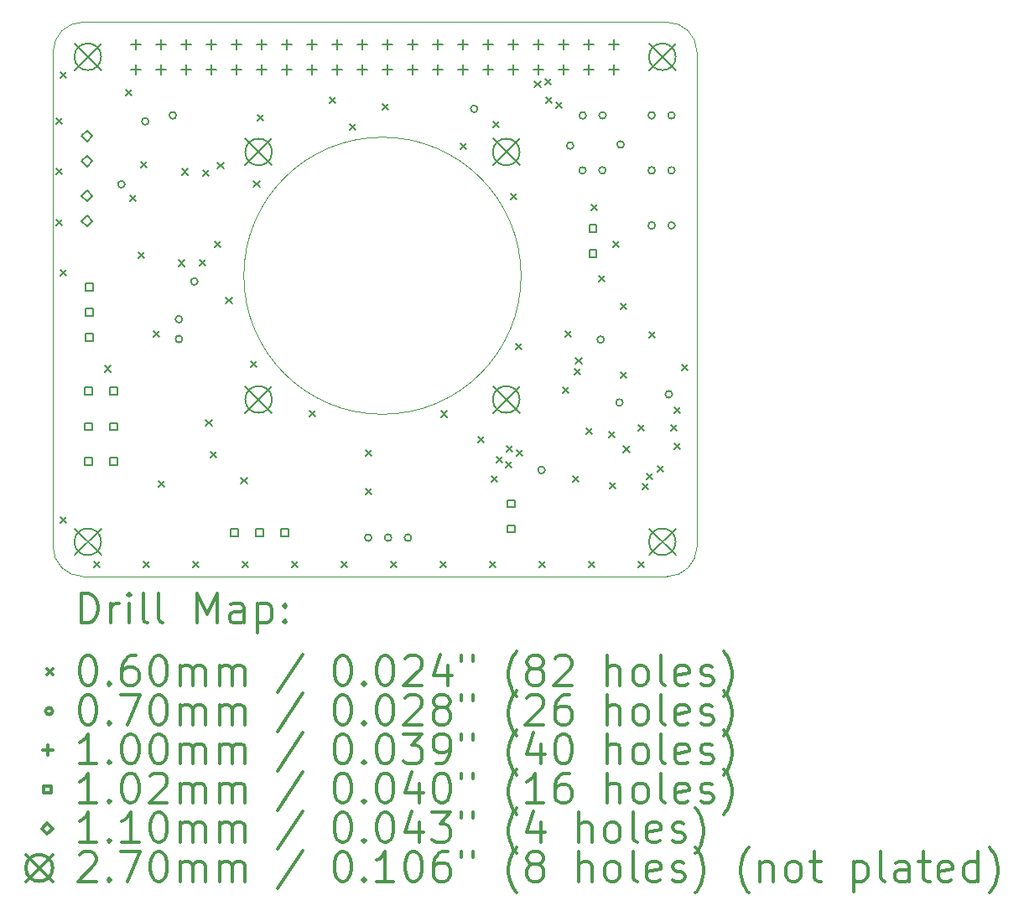
<source format=gbr>
%FSLAX45Y45*%
G04 Gerber Fmt 4.5, Leading zero omitted, Abs format (unit mm)*
G04 Created by KiCad (PCBNEW 5.0.0-fee4fd1~66~ubuntu18.04.1) date Thu Oct 11 08:48:32 2018*
%MOMM*%
%LPD*%
G01*
G04 APERTURE LIST*
%ADD10C,0.100000*%
%ADD11C,0.200000*%
%ADD12C,0.300000*%
G04 APERTURE END LIST*
D10*
X24724142Y-11962160D02*
G75*
G03X24724142Y-11962160I-1399282J0D01*
G01*
X20000000Y-11300000D02*
X20000000Y-13100000D01*
X20000000Y-9700000D02*
X20000000Y-11300000D01*
X26500000Y-9700000D02*
G75*
G03X26200000Y-9400000I-300000J0D01*
G01*
X26200000Y-15000000D02*
G75*
G03X26500000Y-14700000I0J300000D01*
G01*
X20000000Y-14700000D02*
G75*
G03X20300000Y-15000000I300000J0D01*
G01*
X20300000Y-9400000D02*
G75*
G03X20000000Y-9700000I0J-300000D01*
G01*
X26200000Y-9400000D02*
X20300000Y-9400000D01*
X26500000Y-14700000D02*
X26500000Y-9700000D01*
X20300000Y-15000000D02*
X26200000Y-15000000D01*
X20000000Y-13100000D02*
X20000000Y-14700000D01*
D11*
X20031679Y-10372313D02*
X20091679Y-10432313D01*
X20091679Y-10372313D02*
X20031679Y-10432313D01*
X20031679Y-10874603D02*
X20091679Y-10934603D01*
X20091679Y-10874603D02*
X20031679Y-10934603D01*
X20031679Y-11392363D02*
X20091679Y-11452363D01*
X20091679Y-11392363D02*
X20031679Y-11452363D01*
X20076680Y-9901040D02*
X20136680Y-9961040D01*
X20136680Y-9901040D02*
X20076680Y-9961040D01*
X20076680Y-11901040D02*
X20136680Y-11961040D01*
X20136680Y-11901040D02*
X20076680Y-11961040D01*
X20076680Y-14401040D02*
X20136680Y-14461040D01*
X20136680Y-14401040D02*
X20076680Y-14461040D01*
X20408520Y-14848080D02*
X20468520Y-14908080D01*
X20468520Y-14848080D02*
X20408520Y-14908080D01*
X20518640Y-12871960D02*
X20578640Y-12931960D01*
X20578640Y-12871960D02*
X20518640Y-12931960D01*
X20737080Y-10085580D02*
X20797080Y-10145580D01*
X20797080Y-10085580D02*
X20737080Y-10145580D01*
X20774461Y-11147864D02*
X20834461Y-11207864D01*
X20834461Y-11147864D02*
X20774461Y-11207864D01*
X20864080Y-11723880D02*
X20924080Y-11783880D01*
X20924080Y-11723880D02*
X20864080Y-11783880D01*
X20884400Y-10806940D02*
X20944400Y-10866940D01*
X20944400Y-10806940D02*
X20884400Y-10866940D01*
X20908520Y-14848080D02*
X20968520Y-14908080D01*
X20968520Y-14848080D02*
X20908520Y-14908080D01*
X21011400Y-12523980D02*
X21071400Y-12583980D01*
X21071400Y-12523980D02*
X21011400Y-12583980D01*
X21062200Y-14032740D02*
X21122200Y-14092740D01*
X21122200Y-14032740D02*
X21062200Y-14092740D01*
X21270480Y-11805160D02*
X21330480Y-11865160D01*
X21330480Y-11805160D02*
X21270480Y-11865160D01*
X21298181Y-10881877D02*
X21358181Y-10941877D01*
X21358181Y-10881877D02*
X21298181Y-10941877D01*
X21408520Y-14848080D02*
X21468520Y-14908080D01*
X21468520Y-14848080D02*
X21408520Y-14908080D01*
X21476220Y-11802620D02*
X21536220Y-11862620D01*
X21536220Y-11802620D02*
X21476220Y-11862620D01*
X21509689Y-10895457D02*
X21569689Y-10955457D01*
X21569689Y-10895457D02*
X21509689Y-10955457D01*
X21542260Y-13420600D02*
X21602260Y-13480600D01*
X21602260Y-13420600D02*
X21542260Y-13480600D01*
X21590520Y-13738100D02*
X21650520Y-13798100D01*
X21650520Y-13738100D02*
X21590520Y-13798100D01*
X21627901Y-11616943D02*
X21687901Y-11676943D01*
X21687901Y-11616943D02*
X21627901Y-11676943D01*
X21660921Y-10815921D02*
X21720921Y-10875921D01*
X21720921Y-10815921D02*
X21660921Y-10875921D01*
X21745460Y-12183620D02*
X21805460Y-12243620D01*
X21805460Y-12183620D02*
X21745460Y-12243620D01*
X21897860Y-13999720D02*
X21957860Y-14059720D01*
X21957860Y-13999720D02*
X21897860Y-14059720D01*
X21908520Y-14848080D02*
X21968520Y-14908080D01*
X21968520Y-14848080D02*
X21908520Y-14908080D01*
X21994380Y-12826240D02*
X22054380Y-12886240D01*
X22054380Y-12826240D02*
X21994380Y-12886240D01*
X22024860Y-11002520D02*
X22084860Y-11062520D01*
X22084860Y-11002520D02*
X22024860Y-11062520D01*
X22060420Y-10334500D02*
X22120420Y-10394500D01*
X22120420Y-10334500D02*
X22060420Y-10394500D01*
X22408520Y-14848080D02*
X22468520Y-14908080D01*
X22468520Y-14848080D02*
X22408520Y-14908080D01*
X22586200Y-13321540D02*
X22646200Y-13381540D01*
X22646200Y-13321540D02*
X22586200Y-13381540D01*
X22791940Y-10156700D02*
X22851940Y-10216700D01*
X22851940Y-10156700D02*
X22791940Y-10216700D01*
X22908520Y-14848080D02*
X22968520Y-14908080D01*
X22968520Y-14848080D02*
X22908520Y-14908080D01*
X22992600Y-10431020D02*
X23052600Y-10491020D01*
X23052600Y-10431020D02*
X22992600Y-10491020D01*
X23152620Y-14111480D02*
X23212620Y-14171480D01*
X23212620Y-14111480D02*
X23152620Y-14171480D01*
X23157700Y-13722860D02*
X23217700Y-13782860D01*
X23217700Y-13722860D02*
X23157700Y-13782860D01*
X23325340Y-10225280D02*
X23385340Y-10285280D01*
X23385340Y-10225280D02*
X23325340Y-10285280D01*
X23408520Y-14848080D02*
X23468520Y-14908080D01*
X23468520Y-14848080D02*
X23408520Y-14908080D01*
X23908520Y-14848080D02*
X23968520Y-14908080D01*
X23968520Y-14848080D02*
X23908520Y-14908080D01*
X23917160Y-13329160D02*
X23977160Y-13389160D01*
X23977160Y-13329160D02*
X23917160Y-13389160D01*
X24110200Y-10624060D02*
X24170200Y-10684060D01*
X24170200Y-10624060D02*
X24110200Y-10684060D01*
X24288000Y-13588240D02*
X24348000Y-13648240D01*
X24348000Y-13588240D02*
X24288000Y-13648240D01*
X24408520Y-14848080D02*
X24468520Y-14908080D01*
X24468520Y-14848080D02*
X24408520Y-14908080D01*
X24421645Y-13983944D02*
X24481645Y-14043944D01*
X24481645Y-13983944D02*
X24421645Y-14043944D01*
X24445480Y-10403080D02*
X24505480Y-10463080D01*
X24505480Y-10403080D02*
X24445480Y-10463080D01*
X24472631Y-13790819D02*
X24532631Y-13850819D01*
X24532631Y-13790819D02*
X24472631Y-13850819D01*
X24571962Y-13842550D02*
X24631962Y-13902550D01*
X24631962Y-13842550D02*
X24571962Y-13902550D01*
X24578111Y-13682806D02*
X24638111Y-13742806D01*
X24638111Y-13682806D02*
X24578111Y-13742806D01*
X24618200Y-11134600D02*
X24678200Y-11194600D01*
X24678200Y-11134600D02*
X24618200Y-11194600D01*
X24674080Y-12645900D02*
X24734080Y-12705900D01*
X24734080Y-12645900D02*
X24674080Y-12705900D01*
X24682161Y-13719467D02*
X24742161Y-13779467D01*
X24742161Y-13719467D02*
X24682161Y-13779467D01*
X24860656Y-9998064D02*
X24920656Y-10058064D01*
X24920656Y-9998064D02*
X24860656Y-10058064D01*
X24908520Y-14848080D02*
X24968520Y-14908080D01*
X24968520Y-14848080D02*
X24908520Y-14908080D01*
X24967273Y-9969718D02*
X25027273Y-10029718D01*
X25027273Y-9969718D02*
X24967273Y-10029718D01*
X24975049Y-10155932D02*
X25035049Y-10215932D01*
X25035049Y-10155932D02*
X24975049Y-10215932D01*
X25076757Y-10207932D02*
X25136757Y-10267932D01*
X25136757Y-10207932D02*
X25076757Y-10267932D01*
X25142031Y-13086391D02*
X25202031Y-13146391D01*
X25202031Y-13086391D02*
X25142031Y-13146391D01*
X25169380Y-12521440D02*
X25229380Y-12581440D01*
X25229380Y-12521440D02*
X25169380Y-12581440D01*
X25243526Y-13988225D02*
X25303526Y-14048225D01*
X25303526Y-13988225D02*
X25243526Y-14048225D01*
X25260177Y-12897946D02*
X25320177Y-12957946D01*
X25320177Y-12897946D02*
X25260177Y-12957946D01*
X25275563Y-12788703D02*
X25335563Y-12848703D01*
X25335563Y-12788703D02*
X25275563Y-12848703D01*
X25385280Y-13501880D02*
X25445280Y-13561880D01*
X25445280Y-13501880D02*
X25385280Y-13561880D01*
X25408520Y-14848080D02*
X25468520Y-14908080D01*
X25468520Y-14848080D02*
X25408520Y-14908080D01*
X25431000Y-11238740D02*
X25491000Y-11298740D01*
X25491000Y-11238740D02*
X25431000Y-11298740D01*
X25507200Y-11962640D02*
X25567200Y-12022640D01*
X25567200Y-11962640D02*
X25507200Y-12022640D01*
X25608800Y-13539980D02*
X25668800Y-13599980D01*
X25668800Y-13539980D02*
X25608800Y-13599980D01*
X25618960Y-14055600D02*
X25678960Y-14115600D01*
X25678960Y-14055600D02*
X25618960Y-14115600D01*
X25650743Y-11610883D02*
X25710743Y-11670883D01*
X25710743Y-11610883D02*
X25650743Y-11670883D01*
X25728180Y-12242040D02*
X25788180Y-12302040D01*
X25788180Y-12242040D02*
X25728180Y-12302040D01*
X25731444Y-12934741D02*
X25791444Y-12994741D01*
X25791444Y-12934741D02*
X25731444Y-12994741D01*
X25758660Y-13684760D02*
X25818660Y-13744760D01*
X25818660Y-13684760D02*
X25758660Y-13744760D01*
X25907608Y-13467232D02*
X25967608Y-13527232D01*
X25967608Y-13467232D02*
X25907608Y-13527232D01*
X25908520Y-14848080D02*
X25968520Y-14908080D01*
X25968520Y-14848080D02*
X25908520Y-14908080D01*
X25952645Y-14063996D02*
X26012645Y-14123996D01*
X26012645Y-14063996D02*
X25952645Y-14123996D01*
X25991915Y-13960901D02*
X26051915Y-14020901D01*
X26051915Y-13960901D02*
X25991915Y-14020901D01*
X26017740Y-12531600D02*
X26077740Y-12591600D01*
X26077740Y-12531600D02*
X26017740Y-12591600D01*
X26104100Y-13885420D02*
X26164100Y-13945420D01*
X26164100Y-13885420D02*
X26104100Y-13945420D01*
X26234148Y-13465304D02*
X26294148Y-13525304D01*
X26294148Y-13465304D02*
X26234148Y-13525304D01*
X26271161Y-13287720D02*
X26331161Y-13347720D01*
X26331161Y-13287720D02*
X26271161Y-13347720D01*
X26271740Y-13651740D02*
X26331740Y-13711740D01*
X26331740Y-13651740D02*
X26271740Y-13711740D01*
X26345400Y-12856720D02*
X26405400Y-12916720D01*
X26405400Y-12856720D02*
X26345400Y-12916720D01*
X20723340Y-11038108D02*
G75*
G03X20723340Y-11038108I-35000J0D01*
G01*
X20964640Y-10402600D02*
G75*
G03X20964640Y-10402600I-35000J0D01*
G01*
X21244040Y-10341640D02*
G75*
G03X21244040Y-10341640I-35000J0D01*
G01*
X21459940Y-12020580D02*
G75*
G03X21459940Y-12020580I-35000J0D01*
G01*
X24286148Y-10276245D02*
G75*
G03X24286148Y-10276245I-35000J0D01*
G01*
X24965559Y-13924514D02*
G75*
G03X24965559Y-13924514I-35000J0D01*
G01*
X25254700Y-10646440D02*
G75*
G03X25254700Y-10646440I-35000J0D01*
G01*
X25562040Y-12607320D02*
G75*
G03X25562040Y-12607320I-35000J0D01*
G01*
X25752821Y-13243116D02*
G75*
G03X25752821Y-13243116I-35000J0D01*
G01*
X25762700Y-10636280D02*
G75*
G03X25762700Y-10636280I-35000J0D01*
G01*
X26250669Y-13159745D02*
G75*
G03X26250669Y-13159745I-35000J0D01*
G01*
X23216858Y-14608078D02*
G75*
G03X23216858Y-14608078I-35000J0D01*
G01*
X23416858Y-14608078D02*
G75*
G03X23416858Y-14608078I-35000J0D01*
G01*
X23616858Y-14608078D02*
G75*
G03X23616858Y-14608078I-35000J0D01*
G01*
X26077660Y-10897900D02*
G75*
G03X26077660Y-10897900I-35000J0D01*
G01*
X26277660Y-10897900D02*
G75*
G03X26277660Y-10897900I-35000J0D01*
G01*
X25381700Y-10341640D02*
G75*
G03X25381700Y-10341640I-35000J0D01*
G01*
X25581700Y-10341640D02*
G75*
G03X25581700Y-10341640I-35000J0D01*
G01*
X25379820Y-10897900D02*
G75*
G03X25379820Y-10897900I-35000J0D01*
G01*
X25579820Y-10897900D02*
G75*
G03X25579820Y-10897900I-35000J0D01*
G01*
X21305000Y-12401580D02*
G75*
G03X21305000Y-12401580I-35000J0D01*
G01*
X21305000Y-12601580D02*
G75*
G03X21305000Y-12601580I-35000J0D01*
G01*
X26077660Y-11454160D02*
G75*
G03X26077660Y-11454160I-35000J0D01*
G01*
X26277660Y-11454160D02*
G75*
G03X26277660Y-11454160I-35000J0D01*
G01*
X26077660Y-10341640D02*
G75*
G03X26077660Y-10341640I-35000J0D01*
G01*
X26277660Y-10341640D02*
G75*
G03X26277660Y-10341640I-35000J0D01*
G01*
X20837000Y-9573000D02*
X20837000Y-9673000D01*
X20787000Y-9623000D02*
X20887000Y-9623000D01*
X20837000Y-9827000D02*
X20837000Y-9927000D01*
X20787000Y-9877000D02*
X20887000Y-9877000D01*
X21091000Y-9573000D02*
X21091000Y-9673000D01*
X21041000Y-9623000D02*
X21141000Y-9623000D01*
X21091000Y-9827000D02*
X21091000Y-9927000D01*
X21041000Y-9877000D02*
X21141000Y-9877000D01*
X21345000Y-9573000D02*
X21345000Y-9673000D01*
X21295000Y-9623000D02*
X21395000Y-9623000D01*
X21345000Y-9827000D02*
X21345000Y-9927000D01*
X21295000Y-9877000D02*
X21395000Y-9877000D01*
X21599000Y-9573000D02*
X21599000Y-9673000D01*
X21549000Y-9623000D02*
X21649000Y-9623000D01*
X21599000Y-9827000D02*
X21599000Y-9927000D01*
X21549000Y-9877000D02*
X21649000Y-9877000D01*
X21853000Y-9573000D02*
X21853000Y-9673000D01*
X21803000Y-9623000D02*
X21903000Y-9623000D01*
X21853000Y-9827000D02*
X21853000Y-9927000D01*
X21803000Y-9877000D02*
X21903000Y-9877000D01*
X22107000Y-9573000D02*
X22107000Y-9673000D01*
X22057000Y-9623000D02*
X22157000Y-9623000D01*
X22107000Y-9827000D02*
X22107000Y-9927000D01*
X22057000Y-9877000D02*
X22157000Y-9877000D01*
X22361000Y-9573000D02*
X22361000Y-9673000D01*
X22311000Y-9623000D02*
X22411000Y-9623000D01*
X22361000Y-9827000D02*
X22361000Y-9927000D01*
X22311000Y-9877000D02*
X22411000Y-9877000D01*
X22615000Y-9573000D02*
X22615000Y-9673000D01*
X22565000Y-9623000D02*
X22665000Y-9623000D01*
X22615000Y-9827000D02*
X22615000Y-9927000D01*
X22565000Y-9877000D02*
X22665000Y-9877000D01*
X22869000Y-9573000D02*
X22869000Y-9673000D01*
X22819000Y-9623000D02*
X22919000Y-9623000D01*
X22869000Y-9827000D02*
X22869000Y-9927000D01*
X22819000Y-9877000D02*
X22919000Y-9877000D01*
X23123000Y-9573000D02*
X23123000Y-9673000D01*
X23073000Y-9623000D02*
X23173000Y-9623000D01*
X23123000Y-9827000D02*
X23123000Y-9927000D01*
X23073000Y-9877000D02*
X23173000Y-9877000D01*
X23377000Y-9573000D02*
X23377000Y-9673000D01*
X23327000Y-9623000D02*
X23427000Y-9623000D01*
X23377000Y-9827000D02*
X23377000Y-9927000D01*
X23327000Y-9877000D02*
X23427000Y-9877000D01*
X23631000Y-9573000D02*
X23631000Y-9673000D01*
X23581000Y-9623000D02*
X23681000Y-9623000D01*
X23631000Y-9827000D02*
X23631000Y-9927000D01*
X23581000Y-9877000D02*
X23681000Y-9877000D01*
X23885000Y-9573000D02*
X23885000Y-9673000D01*
X23835000Y-9623000D02*
X23935000Y-9623000D01*
X23885000Y-9827000D02*
X23885000Y-9927000D01*
X23835000Y-9877000D02*
X23935000Y-9877000D01*
X24139000Y-9573000D02*
X24139000Y-9673000D01*
X24089000Y-9623000D02*
X24189000Y-9623000D01*
X24139000Y-9827000D02*
X24139000Y-9927000D01*
X24089000Y-9877000D02*
X24189000Y-9877000D01*
X24393000Y-9573000D02*
X24393000Y-9673000D01*
X24343000Y-9623000D02*
X24443000Y-9623000D01*
X24393000Y-9827000D02*
X24393000Y-9927000D01*
X24343000Y-9877000D02*
X24443000Y-9877000D01*
X24647000Y-9573000D02*
X24647000Y-9673000D01*
X24597000Y-9623000D02*
X24697000Y-9623000D01*
X24647000Y-9827000D02*
X24647000Y-9927000D01*
X24597000Y-9877000D02*
X24697000Y-9877000D01*
X24901000Y-9573000D02*
X24901000Y-9673000D01*
X24851000Y-9623000D02*
X24951000Y-9623000D01*
X24901000Y-9827000D02*
X24901000Y-9927000D01*
X24851000Y-9877000D02*
X24951000Y-9877000D01*
X25155000Y-9573000D02*
X25155000Y-9673000D01*
X25105000Y-9623000D02*
X25205000Y-9623000D01*
X25155000Y-9827000D02*
X25155000Y-9927000D01*
X25105000Y-9877000D02*
X25205000Y-9877000D01*
X25409000Y-9573000D02*
X25409000Y-9673000D01*
X25359000Y-9623000D02*
X25459000Y-9623000D01*
X25409000Y-9827000D02*
X25409000Y-9927000D01*
X25359000Y-9877000D02*
X25459000Y-9877000D01*
X25663000Y-9573000D02*
X25663000Y-9673000D01*
X25613000Y-9623000D02*
X25713000Y-9623000D01*
X25663000Y-9827000D02*
X25663000Y-9927000D01*
X25613000Y-9877000D02*
X25713000Y-9877000D01*
X20394061Y-13161401D02*
X20394061Y-13089559D01*
X20322219Y-13089559D01*
X20322219Y-13161401D01*
X20394061Y-13161401D01*
X20648061Y-13161401D02*
X20648061Y-13089559D01*
X20576219Y-13089559D01*
X20576219Y-13161401D01*
X20648061Y-13161401D01*
X20394061Y-13522081D02*
X20394061Y-13450239D01*
X20322219Y-13450239D01*
X20322219Y-13522081D01*
X20394061Y-13522081D01*
X20648061Y-13522081D02*
X20648061Y-13450239D01*
X20576219Y-13450239D01*
X20576219Y-13522081D01*
X20648061Y-13522081D01*
X20401681Y-12112381D02*
X20401681Y-12040539D01*
X20329839Y-12040539D01*
X20329839Y-12112381D01*
X20401681Y-12112381D01*
X20401681Y-12366381D02*
X20401681Y-12294539D01*
X20329839Y-12294539D01*
X20329839Y-12366381D01*
X20401681Y-12366381D01*
X20401681Y-12620381D02*
X20401681Y-12548539D01*
X20329839Y-12548539D01*
X20329839Y-12620381D01*
X20401681Y-12620381D01*
X25484221Y-11521323D02*
X25484221Y-11449481D01*
X25412379Y-11449481D01*
X25412379Y-11521323D01*
X25484221Y-11521323D01*
X25484221Y-11775323D02*
X25484221Y-11703481D01*
X25412379Y-11703481D01*
X25412379Y-11775323D01*
X25484221Y-11775323D01*
X24661261Y-14299321D02*
X24661261Y-14227479D01*
X24589419Y-14227479D01*
X24589419Y-14299321D01*
X24661261Y-14299321D01*
X24661261Y-14553321D02*
X24661261Y-14481479D01*
X24589419Y-14481479D01*
X24589419Y-14553321D01*
X24661261Y-14553321D01*
X21867261Y-14591421D02*
X21867261Y-14519579D01*
X21795419Y-14519579D01*
X21795419Y-14591421D01*
X21867261Y-14591421D01*
X22121261Y-14591421D02*
X22121261Y-14519579D01*
X22049419Y-14519579D01*
X22049419Y-14591421D01*
X22121261Y-14591421D01*
X22375261Y-14591421D02*
X22375261Y-14519579D01*
X22303419Y-14519579D01*
X22303419Y-14591421D01*
X22375261Y-14591421D01*
X20394061Y-13875141D02*
X20394061Y-13803299D01*
X20322219Y-13803299D01*
X20322219Y-13875141D01*
X20394061Y-13875141D01*
X20648061Y-13875141D02*
X20648061Y-13803299D01*
X20576219Y-13803299D01*
X20576219Y-13875141D01*
X20648061Y-13875141D01*
X20342632Y-11209056D02*
X20397496Y-11154192D01*
X20342632Y-11099328D01*
X20287768Y-11154192D01*
X20342632Y-11209056D01*
X20342632Y-11463056D02*
X20397496Y-11408192D01*
X20342632Y-11353328D01*
X20287768Y-11408192D01*
X20342632Y-11463056D01*
X20342632Y-10604056D02*
X20397496Y-10549192D01*
X20342632Y-10494328D01*
X20287768Y-10549192D01*
X20342632Y-10604056D01*
X20342632Y-10858056D02*
X20397496Y-10803192D01*
X20342632Y-10748328D01*
X20287768Y-10803192D01*
X20342632Y-10858056D01*
X20215000Y-14515000D02*
X20485000Y-14785000D01*
X20485000Y-14515000D02*
X20215000Y-14785000D01*
X20485000Y-14650000D02*
G75*
G03X20485000Y-14650000I-135000J0D01*
G01*
X26015000Y-9615000D02*
X26285000Y-9885000D01*
X26285000Y-9615000D02*
X26015000Y-9885000D01*
X26285000Y-9750000D02*
G75*
G03X26285000Y-9750000I-135000J0D01*
G01*
X21939540Y-10576840D02*
X22209540Y-10846840D01*
X22209540Y-10576840D02*
X21939540Y-10846840D01*
X22209540Y-10711840D02*
G75*
G03X22209540Y-10711840I-135000J0D01*
G01*
X21939540Y-13076840D02*
X22209540Y-13346840D01*
X22209540Y-13076840D02*
X21939540Y-13346840D01*
X22209540Y-13211840D02*
G75*
G03X22209540Y-13211840I-135000J0D01*
G01*
X24439540Y-10576840D02*
X24709540Y-10846840D01*
X24709540Y-10576840D02*
X24439540Y-10846840D01*
X24709540Y-10711840D02*
G75*
G03X24709540Y-10711840I-135000J0D01*
G01*
X24439540Y-13076840D02*
X24709540Y-13346840D01*
X24709540Y-13076840D02*
X24439540Y-13346840D01*
X24709540Y-13211840D02*
G75*
G03X24709540Y-13211840I-135000J0D01*
G01*
X20215000Y-9615000D02*
X20485000Y-9885000D01*
X20485000Y-9615000D02*
X20215000Y-9885000D01*
X20485000Y-9750000D02*
G75*
G03X20485000Y-9750000I-135000J0D01*
G01*
X26015000Y-14515000D02*
X26285000Y-14785000D01*
X26285000Y-14515000D02*
X26015000Y-14785000D01*
X26285000Y-14650000D02*
G75*
G03X26285000Y-14650000I-135000J0D01*
G01*
D12*
X20281428Y-15470714D02*
X20281428Y-15170714D01*
X20352857Y-15170714D01*
X20395714Y-15185000D01*
X20424286Y-15213571D01*
X20438571Y-15242143D01*
X20452857Y-15299286D01*
X20452857Y-15342143D01*
X20438571Y-15399286D01*
X20424286Y-15427857D01*
X20395714Y-15456429D01*
X20352857Y-15470714D01*
X20281428Y-15470714D01*
X20581428Y-15470714D02*
X20581428Y-15270714D01*
X20581428Y-15327857D02*
X20595714Y-15299286D01*
X20610000Y-15285000D01*
X20638571Y-15270714D01*
X20667143Y-15270714D01*
X20767143Y-15470714D02*
X20767143Y-15270714D01*
X20767143Y-15170714D02*
X20752857Y-15185000D01*
X20767143Y-15199286D01*
X20781428Y-15185000D01*
X20767143Y-15170714D01*
X20767143Y-15199286D01*
X20952857Y-15470714D02*
X20924286Y-15456429D01*
X20910000Y-15427857D01*
X20910000Y-15170714D01*
X21110000Y-15470714D02*
X21081428Y-15456429D01*
X21067143Y-15427857D01*
X21067143Y-15170714D01*
X21452857Y-15470714D02*
X21452857Y-15170714D01*
X21552857Y-15385000D01*
X21652857Y-15170714D01*
X21652857Y-15470714D01*
X21924286Y-15470714D02*
X21924286Y-15313571D01*
X21910000Y-15285000D01*
X21881428Y-15270714D01*
X21824286Y-15270714D01*
X21795714Y-15285000D01*
X21924286Y-15456429D02*
X21895714Y-15470714D01*
X21824286Y-15470714D01*
X21795714Y-15456429D01*
X21781428Y-15427857D01*
X21781428Y-15399286D01*
X21795714Y-15370714D01*
X21824286Y-15356429D01*
X21895714Y-15356429D01*
X21924286Y-15342143D01*
X22067143Y-15270714D02*
X22067143Y-15570714D01*
X22067143Y-15285000D02*
X22095714Y-15270714D01*
X22152857Y-15270714D01*
X22181428Y-15285000D01*
X22195714Y-15299286D01*
X22210000Y-15327857D01*
X22210000Y-15413571D01*
X22195714Y-15442143D01*
X22181428Y-15456429D01*
X22152857Y-15470714D01*
X22095714Y-15470714D01*
X22067143Y-15456429D01*
X22338571Y-15442143D02*
X22352857Y-15456429D01*
X22338571Y-15470714D01*
X22324286Y-15456429D01*
X22338571Y-15442143D01*
X22338571Y-15470714D01*
X22338571Y-15285000D02*
X22352857Y-15299286D01*
X22338571Y-15313571D01*
X22324286Y-15299286D01*
X22338571Y-15285000D01*
X22338571Y-15313571D01*
X19935000Y-15935000D02*
X19995000Y-15995000D01*
X19995000Y-15935000D02*
X19935000Y-15995000D01*
X20338571Y-15800714D02*
X20367143Y-15800714D01*
X20395714Y-15815000D01*
X20410000Y-15829286D01*
X20424286Y-15857857D01*
X20438571Y-15915000D01*
X20438571Y-15986429D01*
X20424286Y-16043571D01*
X20410000Y-16072143D01*
X20395714Y-16086429D01*
X20367143Y-16100714D01*
X20338571Y-16100714D01*
X20310000Y-16086429D01*
X20295714Y-16072143D01*
X20281428Y-16043571D01*
X20267143Y-15986429D01*
X20267143Y-15915000D01*
X20281428Y-15857857D01*
X20295714Y-15829286D01*
X20310000Y-15815000D01*
X20338571Y-15800714D01*
X20567143Y-16072143D02*
X20581428Y-16086429D01*
X20567143Y-16100714D01*
X20552857Y-16086429D01*
X20567143Y-16072143D01*
X20567143Y-16100714D01*
X20838571Y-15800714D02*
X20781428Y-15800714D01*
X20752857Y-15815000D01*
X20738571Y-15829286D01*
X20710000Y-15872143D01*
X20695714Y-15929286D01*
X20695714Y-16043571D01*
X20710000Y-16072143D01*
X20724286Y-16086429D01*
X20752857Y-16100714D01*
X20810000Y-16100714D01*
X20838571Y-16086429D01*
X20852857Y-16072143D01*
X20867143Y-16043571D01*
X20867143Y-15972143D01*
X20852857Y-15943571D01*
X20838571Y-15929286D01*
X20810000Y-15915000D01*
X20752857Y-15915000D01*
X20724286Y-15929286D01*
X20710000Y-15943571D01*
X20695714Y-15972143D01*
X21052857Y-15800714D02*
X21081428Y-15800714D01*
X21110000Y-15815000D01*
X21124286Y-15829286D01*
X21138571Y-15857857D01*
X21152857Y-15915000D01*
X21152857Y-15986429D01*
X21138571Y-16043571D01*
X21124286Y-16072143D01*
X21110000Y-16086429D01*
X21081428Y-16100714D01*
X21052857Y-16100714D01*
X21024286Y-16086429D01*
X21010000Y-16072143D01*
X20995714Y-16043571D01*
X20981428Y-15986429D01*
X20981428Y-15915000D01*
X20995714Y-15857857D01*
X21010000Y-15829286D01*
X21024286Y-15815000D01*
X21052857Y-15800714D01*
X21281428Y-16100714D02*
X21281428Y-15900714D01*
X21281428Y-15929286D02*
X21295714Y-15915000D01*
X21324286Y-15900714D01*
X21367143Y-15900714D01*
X21395714Y-15915000D01*
X21410000Y-15943571D01*
X21410000Y-16100714D01*
X21410000Y-15943571D02*
X21424286Y-15915000D01*
X21452857Y-15900714D01*
X21495714Y-15900714D01*
X21524286Y-15915000D01*
X21538571Y-15943571D01*
X21538571Y-16100714D01*
X21681428Y-16100714D02*
X21681428Y-15900714D01*
X21681428Y-15929286D02*
X21695714Y-15915000D01*
X21724286Y-15900714D01*
X21767143Y-15900714D01*
X21795714Y-15915000D01*
X21810000Y-15943571D01*
X21810000Y-16100714D01*
X21810000Y-15943571D02*
X21824286Y-15915000D01*
X21852857Y-15900714D01*
X21895714Y-15900714D01*
X21924286Y-15915000D01*
X21938571Y-15943571D01*
X21938571Y-16100714D01*
X22524286Y-15786429D02*
X22267143Y-16172143D01*
X22910000Y-15800714D02*
X22938571Y-15800714D01*
X22967143Y-15815000D01*
X22981428Y-15829286D01*
X22995714Y-15857857D01*
X23010000Y-15915000D01*
X23010000Y-15986429D01*
X22995714Y-16043571D01*
X22981428Y-16072143D01*
X22967143Y-16086429D01*
X22938571Y-16100714D01*
X22910000Y-16100714D01*
X22881428Y-16086429D01*
X22867143Y-16072143D01*
X22852857Y-16043571D01*
X22838571Y-15986429D01*
X22838571Y-15915000D01*
X22852857Y-15857857D01*
X22867143Y-15829286D01*
X22881428Y-15815000D01*
X22910000Y-15800714D01*
X23138571Y-16072143D02*
X23152857Y-16086429D01*
X23138571Y-16100714D01*
X23124286Y-16086429D01*
X23138571Y-16072143D01*
X23138571Y-16100714D01*
X23338571Y-15800714D02*
X23367143Y-15800714D01*
X23395714Y-15815000D01*
X23410000Y-15829286D01*
X23424286Y-15857857D01*
X23438571Y-15915000D01*
X23438571Y-15986429D01*
X23424286Y-16043571D01*
X23410000Y-16072143D01*
X23395714Y-16086429D01*
X23367143Y-16100714D01*
X23338571Y-16100714D01*
X23310000Y-16086429D01*
X23295714Y-16072143D01*
X23281428Y-16043571D01*
X23267143Y-15986429D01*
X23267143Y-15915000D01*
X23281428Y-15857857D01*
X23295714Y-15829286D01*
X23310000Y-15815000D01*
X23338571Y-15800714D01*
X23552857Y-15829286D02*
X23567143Y-15815000D01*
X23595714Y-15800714D01*
X23667143Y-15800714D01*
X23695714Y-15815000D01*
X23710000Y-15829286D01*
X23724286Y-15857857D01*
X23724286Y-15886429D01*
X23710000Y-15929286D01*
X23538571Y-16100714D01*
X23724286Y-16100714D01*
X23981428Y-15900714D02*
X23981428Y-16100714D01*
X23910000Y-15786429D02*
X23838571Y-16000714D01*
X24024286Y-16000714D01*
X24124286Y-15800714D02*
X24124286Y-15857857D01*
X24238571Y-15800714D02*
X24238571Y-15857857D01*
X24681428Y-16215000D02*
X24667143Y-16200714D01*
X24638571Y-16157857D01*
X24624286Y-16129286D01*
X24610000Y-16086429D01*
X24595714Y-16015000D01*
X24595714Y-15957857D01*
X24610000Y-15886429D01*
X24624286Y-15843571D01*
X24638571Y-15815000D01*
X24667143Y-15772143D01*
X24681428Y-15757857D01*
X24838571Y-15929286D02*
X24810000Y-15915000D01*
X24795714Y-15900714D01*
X24781428Y-15872143D01*
X24781428Y-15857857D01*
X24795714Y-15829286D01*
X24810000Y-15815000D01*
X24838571Y-15800714D01*
X24895714Y-15800714D01*
X24924286Y-15815000D01*
X24938571Y-15829286D01*
X24952857Y-15857857D01*
X24952857Y-15872143D01*
X24938571Y-15900714D01*
X24924286Y-15915000D01*
X24895714Y-15929286D01*
X24838571Y-15929286D01*
X24810000Y-15943571D01*
X24795714Y-15957857D01*
X24781428Y-15986429D01*
X24781428Y-16043571D01*
X24795714Y-16072143D01*
X24810000Y-16086429D01*
X24838571Y-16100714D01*
X24895714Y-16100714D01*
X24924286Y-16086429D01*
X24938571Y-16072143D01*
X24952857Y-16043571D01*
X24952857Y-15986429D01*
X24938571Y-15957857D01*
X24924286Y-15943571D01*
X24895714Y-15929286D01*
X25067143Y-15829286D02*
X25081428Y-15815000D01*
X25110000Y-15800714D01*
X25181428Y-15800714D01*
X25210000Y-15815000D01*
X25224286Y-15829286D01*
X25238571Y-15857857D01*
X25238571Y-15886429D01*
X25224286Y-15929286D01*
X25052857Y-16100714D01*
X25238571Y-16100714D01*
X25595714Y-16100714D02*
X25595714Y-15800714D01*
X25724286Y-16100714D02*
X25724286Y-15943571D01*
X25710000Y-15915000D01*
X25681428Y-15900714D01*
X25638571Y-15900714D01*
X25610000Y-15915000D01*
X25595714Y-15929286D01*
X25910000Y-16100714D02*
X25881428Y-16086429D01*
X25867143Y-16072143D01*
X25852857Y-16043571D01*
X25852857Y-15957857D01*
X25867143Y-15929286D01*
X25881428Y-15915000D01*
X25910000Y-15900714D01*
X25952857Y-15900714D01*
X25981428Y-15915000D01*
X25995714Y-15929286D01*
X26010000Y-15957857D01*
X26010000Y-16043571D01*
X25995714Y-16072143D01*
X25981428Y-16086429D01*
X25952857Y-16100714D01*
X25910000Y-16100714D01*
X26181428Y-16100714D02*
X26152857Y-16086429D01*
X26138571Y-16057857D01*
X26138571Y-15800714D01*
X26410000Y-16086429D02*
X26381428Y-16100714D01*
X26324286Y-16100714D01*
X26295714Y-16086429D01*
X26281428Y-16057857D01*
X26281428Y-15943571D01*
X26295714Y-15915000D01*
X26324286Y-15900714D01*
X26381428Y-15900714D01*
X26410000Y-15915000D01*
X26424286Y-15943571D01*
X26424286Y-15972143D01*
X26281428Y-16000714D01*
X26538571Y-16086429D02*
X26567143Y-16100714D01*
X26624286Y-16100714D01*
X26652857Y-16086429D01*
X26667143Y-16057857D01*
X26667143Y-16043571D01*
X26652857Y-16015000D01*
X26624286Y-16000714D01*
X26581428Y-16000714D01*
X26552857Y-15986429D01*
X26538571Y-15957857D01*
X26538571Y-15943571D01*
X26552857Y-15915000D01*
X26581428Y-15900714D01*
X26624286Y-15900714D01*
X26652857Y-15915000D01*
X26767143Y-16215000D02*
X26781428Y-16200714D01*
X26810000Y-16157857D01*
X26824286Y-16129286D01*
X26838571Y-16086429D01*
X26852857Y-16015000D01*
X26852857Y-15957857D01*
X26838571Y-15886429D01*
X26824286Y-15843571D01*
X26810000Y-15815000D01*
X26781428Y-15772143D01*
X26767143Y-15757857D01*
X19995000Y-16361000D02*
G75*
G03X19995000Y-16361000I-35000J0D01*
G01*
X20338571Y-16196714D02*
X20367143Y-16196714D01*
X20395714Y-16211000D01*
X20410000Y-16225286D01*
X20424286Y-16253857D01*
X20438571Y-16311000D01*
X20438571Y-16382429D01*
X20424286Y-16439571D01*
X20410000Y-16468143D01*
X20395714Y-16482429D01*
X20367143Y-16496714D01*
X20338571Y-16496714D01*
X20310000Y-16482429D01*
X20295714Y-16468143D01*
X20281428Y-16439571D01*
X20267143Y-16382429D01*
X20267143Y-16311000D01*
X20281428Y-16253857D01*
X20295714Y-16225286D01*
X20310000Y-16211000D01*
X20338571Y-16196714D01*
X20567143Y-16468143D02*
X20581428Y-16482429D01*
X20567143Y-16496714D01*
X20552857Y-16482429D01*
X20567143Y-16468143D01*
X20567143Y-16496714D01*
X20681428Y-16196714D02*
X20881428Y-16196714D01*
X20752857Y-16496714D01*
X21052857Y-16196714D02*
X21081428Y-16196714D01*
X21110000Y-16211000D01*
X21124286Y-16225286D01*
X21138571Y-16253857D01*
X21152857Y-16311000D01*
X21152857Y-16382429D01*
X21138571Y-16439571D01*
X21124286Y-16468143D01*
X21110000Y-16482429D01*
X21081428Y-16496714D01*
X21052857Y-16496714D01*
X21024286Y-16482429D01*
X21010000Y-16468143D01*
X20995714Y-16439571D01*
X20981428Y-16382429D01*
X20981428Y-16311000D01*
X20995714Y-16253857D01*
X21010000Y-16225286D01*
X21024286Y-16211000D01*
X21052857Y-16196714D01*
X21281428Y-16496714D02*
X21281428Y-16296714D01*
X21281428Y-16325286D02*
X21295714Y-16311000D01*
X21324286Y-16296714D01*
X21367143Y-16296714D01*
X21395714Y-16311000D01*
X21410000Y-16339571D01*
X21410000Y-16496714D01*
X21410000Y-16339571D02*
X21424286Y-16311000D01*
X21452857Y-16296714D01*
X21495714Y-16296714D01*
X21524286Y-16311000D01*
X21538571Y-16339571D01*
X21538571Y-16496714D01*
X21681428Y-16496714D02*
X21681428Y-16296714D01*
X21681428Y-16325286D02*
X21695714Y-16311000D01*
X21724286Y-16296714D01*
X21767143Y-16296714D01*
X21795714Y-16311000D01*
X21810000Y-16339571D01*
X21810000Y-16496714D01*
X21810000Y-16339571D02*
X21824286Y-16311000D01*
X21852857Y-16296714D01*
X21895714Y-16296714D01*
X21924286Y-16311000D01*
X21938571Y-16339571D01*
X21938571Y-16496714D01*
X22524286Y-16182429D02*
X22267143Y-16568143D01*
X22910000Y-16196714D02*
X22938571Y-16196714D01*
X22967143Y-16211000D01*
X22981428Y-16225286D01*
X22995714Y-16253857D01*
X23010000Y-16311000D01*
X23010000Y-16382429D01*
X22995714Y-16439571D01*
X22981428Y-16468143D01*
X22967143Y-16482429D01*
X22938571Y-16496714D01*
X22910000Y-16496714D01*
X22881428Y-16482429D01*
X22867143Y-16468143D01*
X22852857Y-16439571D01*
X22838571Y-16382429D01*
X22838571Y-16311000D01*
X22852857Y-16253857D01*
X22867143Y-16225286D01*
X22881428Y-16211000D01*
X22910000Y-16196714D01*
X23138571Y-16468143D02*
X23152857Y-16482429D01*
X23138571Y-16496714D01*
X23124286Y-16482429D01*
X23138571Y-16468143D01*
X23138571Y-16496714D01*
X23338571Y-16196714D02*
X23367143Y-16196714D01*
X23395714Y-16211000D01*
X23410000Y-16225286D01*
X23424286Y-16253857D01*
X23438571Y-16311000D01*
X23438571Y-16382429D01*
X23424286Y-16439571D01*
X23410000Y-16468143D01*
X23395714Y-16482429D01*
X23367143Y-16496714D01*
X23338571Y-16496714D01*
X23310000Y-16482429D01*
X23295714Y-16468143D01*
X23281428Y-16439571D01*
X23267143Y-16382429D01*
X23267143Y-16311000D01*
X23281428Y-16253857D01*
X23295714Y-16225286D01*
X23310000Y-16211000D01*
X23338571Y-16196714D01*
X23552857Y-16225286D02*
X23567143Y-16211000D01*
X23595714Y-16196714D01*
X23667143Y-16196714D01*
X23695714Y-16211000D01*
X23710000Y-16225286D01*
X23724286Y-16253857D01*
X23724286Y-16282429D01*
X23710000Y-16325286D01*
X23538571Y-16496714D01*
X23724286Y-16496714D01*
X23895714Y-16325286D02*
X23867143Y-16311000D01*
X23852857Y-16296714D01*
X23838571Y-16268143D01*
X23838571Y-16253857D01*
X23852857Y-16225286D01*
X23867143Y-16211000D01*
X23895714Y-16196714D01*
X23952857Y-16196714D01*
X23981428Y-16211000D01*
X23995714Y-16225286D01*
X24010000Y-16253857D01*
X24010000Y-16268143D01*
X23995714Y-16296714D01*
X23981428Y-16311000D01*
X23952857Y-16325286D01*
X23895714Y-16325286D01*
X23867143Y-16339571D01*
X23852857Y-16353857D01*
X23838571Y-16382429D01*
X23838571Y-16439571D01*
X23852857Y-16468143D01*
X23867143Y-16482429D01*
X23895714Y-16496714D01*
X23952857Y-16496714D01*
X23981428Y-16482429D01*
X23995714Y-16468143D01*
X24010000Y-16439571D01*
X24010000Y-16382429D01*
X23995714Y-16353857D01*
X23981428Y-16339571D01*
X23952857Y-16325286D01*
X24124286Y-16196714D02*
X24124286Y-16253857D01*
X24238571Y-16196714D02*
X24238571Y-16253857D01*
X24681428Y-16611000D02*
X24667143Y-16596714D01*
X24638571Y-16553857D01*
X24624286Y-16525286D01*
X24610000Y-16482429D01*
X24595714Y-16411000D01*
X24595714Y-16353857D01*
X24610000Y-16282429D01*
X24624286Y-16239571D01*
X24638571Y-16211000D01*
X24667143Y-16168143D01*
X24681428Y-16153857D01*
X24781428Y-16225286D02*
X24795714Y-16211000D01*
X24824286Y-16196714D01*
X24895714Y-16196714D01*
X24924286Y-16211000D01*
X24938571Y-16225286D01*
X24952857Y-16253857D01*
X24952857Y-16282429D01*
X24938571Y-16325286D01*
X24767143Y-16496714D01*
X24952857Y-16496714D01*
X25210000Y-16196714D02*
X25152857Y-16196714D01*
X25124286Y-16211000D01*
X25110000Y-16225286D01*
X25081428Y-16268143D01*
X25067143Y-16325286D01*
X25067143Y-16439571D01*
X25081428Y-16468143D01*
X25095714Y-16482429D01*
X25124286Y-16496714D01*
X25181428Y-16496714D01*
X25210000Y-16482429D01*
X25224286Y-16468143D01*
X25238571Y-16439571D01*
X25238571Y-16368143D01*
X25224286Y-16339571D01*
X25210000Y-16325286D01*
X25181428Y-16311000D01*
X25124286Y-16311000D01*
X25095714Y-16325286D01*
X25081428Y-16339571D01*
X25067143Y-16368143D01*
X25595714Y-16496714D02*
X25595714Y-16196714D01*
X25724286Y-16496714D02*
X25724286Y-16339571D01*
X25710000Y-16311000D01*
X25681428Y-16296714D01*
X25638571Y-16296714D01*
X25610000Y-16311000D01*
X25595714Y-16325286D01*
X25910000Y-16496714D02*
X25881428Y-16482429D01*
X25867143Y-16468143D01*
X25852857Y-16439571D01*
X25852857Y-16353857D01*
X25867143Y-16325286D01*
X25881428Y-16311000D01*
X25910000Y-16296714D01*
X25952857Y-16296714D01*
X25981428Y-16311000D01*
X25995714Y-16325286D01*
X26010000Y-16353857D01*
X26010000Y-16439571D01*
X25995714Y-16468143D01*
X25981428Y-16482429D01*
X25952857Y-16496714D01*
X25910000Y-16496714D01*
X26181428Y-16496714D02*
X26152857Y-16482429D01*
X26138571Y-16453857D01*
X26138571Y-16196714D01*
X26410000Y-16482429D02*
X26381428Y-16496714D01*
X26324286Y-16496714D01*
X26295714Y-16482429D01*
X26281428Y-16453857D01*
X26281428Y-16339571D01*
X26295714Y-16311000D01*
X26324286Y-16296714D01*
X26381428Y-16296714D01*
X26410000Y-16311000D01*
X26424286Y-16339571D01*
X26424286Y-16368143D01*
X26281428Y-16396714D01*
X26538571Y-16482429D02*
X26567143Y-16496714D01*
X26624286Y-16496714D01*
X26652857Y-16482429D01*
X26667143Y-16453857D01*
X26667143Y-16439571D01*
X26652857Y-16411000D01*
X26624286Y-16396714D01*
X26581428Y-16396714D01*
X26552857Y-16382429D01*
X26538571Y-16353857D01*
X26538571Y-16339571D01*
X26552857Y-16311000D01*
X26581428Y-16296714D01*
X26624286Y-16296714D01*
X26652857Y-16311000D01*
X26767143Y-16611000D02*
X26781428Y-16596714D01*
X26810000Y-16553857D01*
X26824286Y-16525286D01*
X26838571Y-16482429D01*
X26852857Y-16411000D01*
X26852857Y-16353857D01*
X26838571Y-16282429D01*
X26824286Y-16239571D01*
X26810000Y-16211000D01*
X26781428Y-16168143D01*
X26767143Y-16153857D01*
X19945000Y-16707000D02*
X19945000Y-16807000D01*
X19895000Y-16757000D02*
X19995000Y-16757000D01*
X20438571Y-16892714D02*
X20267143Y-16892714D01*
X20352857Y-16892714D02*
X20352857Y-16592714D01*
X20324286Y-16635571D01*
X20295714Y-16664143D01*
X20267143Y-16678429D01*
X20567143Y-16864143D02*
X20581428Y-16878429D01*
X20567143Y-16892714D01*
X20552857Y-16878429D01*
X20567143Y-16864143D01*
X20567143Y-16892714D01*
X20767143Y-16592714D02*
X20795714Y-16592714D01*
X20824286Y-16607000D01*
X20838571Y-16621286D01*
X20852857Y-16649857D01*
X20867143Y-16707000D01*
X20867143Y-16778429D01*
X20852857Y-16835572D01*
X20838571Y-16864143D01*
X20824286Y-16878429D01*
X20795714Y-16892714D01*
X20767143Y-16892714D01*
X20738571Y-16878429D01*
X20724286Y-16864143D01*
X20710000Y-16835572D01*
X20695714Y-16778429D01*
X20695714Y-16707000D01*
X20710000Y-16649857D01*
X20724286Y-16621286D01*
X20738571Y-16607000D01*
X20767143Y-16592714D01*
X21052857Y-16592714D02*
X21081428Y-16592714D01*
X21110000Y-16607000D01*
X21124286Y-16621286D01*
X21138571Y-16649857D01*
X21152857Y-16707000D01*
X21152857Y-16778429D01*
X21138571Y-16835572D01*
X21124286Y-16864143D01*
X21110000Y-16878429D01*
X21081428Y-16892714D01*
X21052857Y-16892714D01*
X21024286Y-16878429D01*
X21010000Y-16864143D01*
X20995714Y-16835572D01*
X20981428Y-16778429D01*
X20981428Y-16707000D01*
X20995714Y-16649857D01*
X21010000Y-16621286D01*
X21024286Y-16607000D01*
X21052857Y-16592714D01*
X21281428Y-16892714D02*
X21281428Y-16692714D01*
X21281428Y-16721286D02*
X21295714Y-16707000D01*
X21324286Y-16692714D01*
X21367143Y-16692714D01*
X21395714Y-16707000D01*
X21410000Y-16735571D01*
X21410000Y-16892714D01*
X21410000Y-16735571D02*
X21424286Y-16707000D01*
X21452857Y-16692714D01*
X21495714Y-16692714D01*
X21524286Y-16707000D01*
X21538571Y-16735571D01*
X21538571Y-16892714D01*
X21681428Y-16892714D02*
X21681428Y-16692714D01*
X21681428Y-16721286D02*
X21695714Y-16707000D01*
X21724286Y-16692714D01*
X21767143Y-16692714D01*
X21795714Y-16707000D01*
X21810000Y-16735571D01*
X21810000Y-16892714D01*
X21810000Y-16735571D02*
X21824286Y-16707000D01*
X21852857Y-16692714D01*
X21895714Y-16692714D01*
X21924286Y-16707000D01*
X21938571Y-16735571D01*
X21938571Y-16892714D01*
X22524286Y-16578429D02*
X22267143Y-16964143D01*
X22910000Y-16592714D02*
X22938571Y-16592714D01*
X22967143Y-16607000D01*
X22981428Y-16621286D01*
X22995714Y-16649857D01*
X23010000Y-16707000D01*
X23010000Y-16778429D01*
X22995714Y-16835572D01*
X22981428Y-16864143D01*
X22967143Y-16878429D01*
X22938571Y-16892714D01*
X22910000Y-16892714D01*
X22881428Y-16878429D01*
X22867143Y-16864143D01*
X22852857Y-16835572D01*
X22838571Y-16778429D01*
X22838571Y-16707000D01*
X22852857Y-16649857D01*
X22867143Y-16621286D01*
X22881428Y-16607000D01*
X22910000Y-16592714D01*
X23138571Y-16864143D02*
X23152857Y-16878429D01*
X23138571Y-16892714D01*
X23124286Y-16878429D01*
X23138571Y-16864143D01*
X23138571Y-16892714D01*
X23338571Y-16592714D02*
X23367143Y-16592714D01*
X23395714Y-16607000D01*
X23410000Y-16621286D01*
X23424286Y-16649857D01*
X23438571Y-16707000D01*
X23438571Y-16778429D01*
X23424286Y-16835572D01*
X23410000Y-16864143D01*
X23395714Y-16878429D01*
X23367143Y-16892714D01*
X23338571Y-16892714D01*
X23310000Y-16878429D01*
X23295714Y-16864143D01*
X23281428Y-16835572D01*
X23267143Y-16778429D01*
X23267143Y-16707000D01*
X23281428Y-16649857D01*
X23295714Y-16621286D01*
X23310000Y-16607000D01*
X23338571Y-16592714D01*
X23538571Y-16592714D02*
X23724286Y-16592714D01*
X23624286Y-16707000D01*
X23667143Y-16707000D01*
X23695714Y-16721286D01*
X23710000Y-16735571D01*
X23724286Y-16764143D01*
X23724286Y-16835572D01*
X23710000Y-16864143D01*
X23695714Y-16878429D01*
X23667143Y-16892714D01*
X23581428Y-16892714D01*
X23552857Y-16878429D01*
X23538571Y-16864143D01*
X23867143Y-16892714D02*
X23924286Y-16892714D01*
X23952857Y-16878429D01*
X23967143Y-16864143D01*
X23995714Y-16821286D01*
X24010000Y-16764143D01*
X24010000Y-16649857D01*
X23995714Y-16621286D01*
X23981428Y-16607000D01*
X23952857Y-16592714D01*
X23895714Y-16592714D01*
X23867143Y-16607000D01*
X23852857Y-16621286D01*
X23838571Y-16649857D01*
X23838571Y-16721286D01*
X23852857Y-16749857D01*
X23867143Y-16764143D01*
X23895714Y-16778429D01*
X23952857Y-16778429D01*
X23981428Y-16764143D01*
X23995714Y-16749857D01*
X24010000Y-16721286D01*
X24124286Y-16592714D02*
X24124286Y-16649857D01*
X24238571Y-16592714D02*
X24238571Y-16649857D01*
X24681428Y-17007000D02*
X24667143Y-16992714D01*
X24638571Y-16949857D01*
X24624286Y-16921286D01*
X24610000Y-16878429D01*
X24595714Y-16807000D01*
X24595714Y-16749857D01*
X24610000Y-16678429D01*
X24624286Y-16635571D01*
X24638571Y-16607000D01*
X24667143Y-16564143D01*
X24681428Y-16549857D01*
X24924286Y-16692714D02*
X24924286Y-16892714D01*
X24852857Y-16578429D02*
X24781428Y-16792714D01*
X24967143Y-16792714D01*
X25138571Y-16592714D02*
X25167143Y-16592714D01*
X25195714Y-16607000D01*
X25210000Y-16621286D01*
X25224286Y-16649857D01*
X25238571Y-16707000D01*
X25238571Y-16778429D01*
X25224286Y-16835572D01*
X25210000Y-16864143D01*
X25195714Y-16878429D01*
X25167143Y-16892714D01*
X25138571Y-16892714D01*
X25110000Y-16878429D01*
X25095714Y-16864143D01*
X25081428Y-16835572D01*
X25067143Y-16778429D01*
X25067143Y-16707000D01*
X25081428Y-16649857D01*
X25095714Y-16621286D01*
X25110000Y-16607000D01*
X25138571Y-16592714D01*
X25595714Y-16892714D02*
X25595714Y-16592714D01*
X25724286Y-16892714D02*
X25724286Y-16735571D01*
X25710000Y-16707000D01*
X25681428Y-16692714D01*
X25638571Y-16692714D01*
X25610000Y-16707000D01*
X25595714Y-16721286D01*
X25910000Y-16892714D02*
X25881428Y-16878429D01*
X25867143Y-16864143D01*
X25852857Y-16835572D01*
X25852857Y-16749857D01*
X25867143Y-16721286D01*
X25881428Y-16707000D01*
X25910000Y-16692714D01*
X25952857Y-16692714D01*
X25981428Y-16707000D01*
X25995714Y-16721286D01*
X26010000Y-16749857D01*
X26010000Y-16835572D01*
X25995714Y-16864143D01*
X25981428Y-16878429D01*
X25952857Y-16892714D01*
X25910000Y-16892714D01*
X26181428Y-16892714D02*
X26152857Y-16878429D01*
X26138571Y-16849857D01*
X26138571Y-16592714D01*
X26410000Y-16878429D02*
X26381428Y-16892714D01*
X26324286Y-16892714D01*
X26295714Y-16878429D01*
X26281428Y-16849857D01*
X26281428Y-16735571D01*
X26295714Y-16707000D01*
X26324286Y-16692714D01*
X26381428Y-16692714D01*
X26410000Y-16707000D01*
X26424286Y-16735571D01*
X26424286Y-16764143D01*
X26281428Y-16792714D01*
X26538571Y-16878429D02*
X26567143Y-16892714D01*
X26624286Y-16892714D01*
X26652857Y-16878429D01*
X26667143Y-16849857D01*
X26667143Y-16835572D01*
X26652857Y-16807000D01*
X26624286Y-16792714D01*
X26581428Y-16792714D01*
X26552857Y-16778429D01*
X26538571Y-16749857D01*
X26538571Y-16735571D01*
X26552857Y-16707000D01*
X26581428Y-16692714D01*
X26624286Y-16692714D01*
X26652857Y-16707000D01*
X26767143Y-17007000D02*
X26781428Y-16992714D01*
X26810000Y-16949857D01*
X26824286Y-16921286D01*
X26838571Y-16878429D01*
X26852857Y-16807000D01*
X26852857Y-16749857D01*
X26838571Y-16678429D01*
X26824286Y-16635571D01*
X26810000Y-16607000D01*
X26781428Y-16564143D01*
X26767143Y-16549857D01*
X19980121Y-17188922D02*
X19980121Y-17117079D01*
X19908279Y-17117079D01*
X19908279Y-17188922D01*
X19980121Y-17188922D01*
X20438571Y-17288714D02*
X20267143Y-17288714D01*
X20352857Y-17288714D02*
X20352857Y-16988714D01*
X20324286Y-17031572D01*
X20295714Y-17060143D01*
X20267143Y-17074429D01*
X20567143Y-17260143D02*
X20581428Y-17274429D01*
X20567143Y-17288714D01*
X20552857Y-17274429D01*
X20567143Y-17260143D01*
X20567143Y-17288714D01*
X20767143Y-16988714D02*
X20795714Y-16988714D01*
X20824286Y-17003000D01*
X20838571Y-17017286D01*
X20852857Y-17045857D01*
X20867143Y-17103000D01*
X20867143Y-17174429D01*
X20852857Y-17231572D01*
X20838571Y-17260143D01*
X20824286Y-17274429D01*
X20795714Y-17288714D01*
X20767143Y-17288714D01*
X20738571Y-17274429D01*
X20724286Y-17260143D01*
X20710000Y-17231572D01*
X20695714Y-17174429D01*
X20695714Y-17103000D01*
X20710000Y-17045857D01*
X20724286Y-17017286D01*
X20738571Y-17003000D01*
X20767143Y-16988714D01*
X20981428Y-17017286D02*
X20995714Y-17003000D01*
X21024286Y-16988714D01*
X21095714Y-16988714D01*
X21124286Y-17003000D01*
X21138571Y-17017286D01*
X21152857Y-17045857D01*
X21152857Y-17074429D01*
X21138571Y-17117286D01*
X20967143Y-17288714D01*
X21152857Y-17288714D01*
X21281428Y-17288714D02*
X21281428Y-17088714D01*
X21281428Y-17117286D02*
X21295714Y-17103000D01*
X21324286Y-17088714D01*
X21367143Y-17088714D01*
X21395714Y-17103000D01*
X21410000Y-17131572D01*
X21410000Y-17288714D01*
X21410000Y-17131572D02*
X21424286Y-17103000D01*
X21452857Y-17088714D01*
X21495714Y-17088714D01*
X21524286Y-17103000D01*
X21538571Y-17131572D01*
X21538571Y-17288714D01*
X21681428Y-17288714D02*
X21681428Y-17088714D01*
X21681428Y-17117286D02*
X21695714Y-17103000D01*
X21724286Y-17088714D01*
X21767143Y-17088714D01*
X21795714Y-17103000D01*
X21810000Y-17131572D01*
X21810000Y-17288714D01*
X21810000Y-17131572D02*
X21824286Y-17103000D01*
X21852857Y-17088714D01*
X21895714Y-17088714D01*
X21924286Y-17103000D01*
X21938571Y-17131572D01*
X21938571Y-17288714D01*
X22524286Y-16974429D02*
X22267143Y-17360143D01*
X22910000Y-16988714D02*
X22938571Y-16988714D01*
X22967143Y-17003000D01*
X22981428Y-17017286D01*
X22995714Y-17045857D01*
X23010000Y-17103000D01*
X23010000Y-17174429D01*
X22995714Y-17231572D01*
X22981428Y-17260143D01*
X22967143Y-17274429D01*
X22938571Y-17288714D01*
X22910000Y-17288714D01*
X22881428Y-17274429D01*
X22867143Y-17260143D01*
X22852857Y-17231572D01*
X22838571Y-17174429D01*
X22838571Y-17103000D01*
X22852857Y-17045857D01*
X22867143Y-17017286D01*
X22881428Y-17003000D01*
X22910000Y-16988714D01*
X23138571Y-17260143D02*
X23152857Y-17274429D01*
X23138571Y-17288714D01*
X23124286Y-17274429D01*
X23138571Y-17260143D01*
X23138571Y-17288714D01*
X23338571Y-16988714D02*
X23367143Y-16988714D01*
X23395714Y-17003000D01*
X23410000Y-17017286D01*
X23424286Y-17045857D01*
X23438571Y-17103000D01*
X23438571Y-17174429D01*
X23424286Y-17231572D01*
X23410000Y-17260143D01*
X23395714Y-17274429D01*
X23367143Y-17288714D01*
X23338571Y-17288714D01*
X23310000Y-17274429D01*
X23295714Y-17260143D01*
X23281428Y-17231572D01*
X23267143Y-17174429D01*
X23267143Y-17103000D01*
X23281428Y-17045857D01*
X23295714Y-17017286D01*
X23310000Y-17003000D01*
X23338571Y-16988714D01*
X23695714Y-17088714D02*
X23695714Y-17288714D01*
X23624286Y-16974429D02*
X23552857Y-17188714D01*
X23738571Y-17188714D01*
X23910000Y-16988714D02*
X23938571Y-16988714D01*
X23967143Y-17003000D01*
X23981428Y-17017286D01*
X23995714Y-17045857D01*
X24010000Y-17103000D01*
X24010000Y-17174429D01*
X23995714Y-17231572D01*
X23981428Y-17260143D01*
X23967143Y-17274429D01*
X23938571Y-17288714D01*
X23910000Y-17288714D01*
X23881428Y-17274429D01*
X23867143Y-17260143D01*
X23852857Y-17231572D01*
X23838571Y-17174429D01*
X23838571Y-17103000D01*
X23852857Y-17045857D01*
X23867143Y-17017286D01*
X23881428Y-17003000D01*
X23910000Y-16988714D01*
X24124286Y-16988714D02*
X24124286Y-17045857D01*
X24238571Y-16988714D02*
X24238571Y-17045857D01*
X24681428Y-17403000D02*
X24667143Y-17388714D01*
X24638571Y-17345857D01*
X24624286Y-17317286D01*
X24610000Y-17274429D01*
X24595714Y-17203000D01*
X24595714Y-17145857D01*
X24610000Y-17074429D01*
X24624286Y-17031572D01*
X24638571Y-17003000D01*
X24667143Y-16960143D01*
X24681428Y-16945857D01*
X24952857Y-17288714D02*
X24781428Y-17288714D01*
X24867143Y-17288714D02*
X24867143Y-16988714D01*
X24838571Y-17031572D01*
X24810000Y-17060143D01*
X24781428Y-17074429D01*
X25210000Y-16988714D02*
X25152857Y-16988714D01*
X25124286Y-17003000D01*
X25110000Y-17017286D01*
X25081428Y-17060143D01*
X25067143Y-17117286D01*
X25067143Y-17231572D01*
X25081428Y-17260143D01*
X25095714Y-17274429D01*
X25124286Y-17288714D01*
X25181428Y-17288714D01*
X25210000Y-17274429D01*
X25224286Y-17260143D01*
X25238571Y-17231572D01*
X25238571Y-17160143D01*
X25224286Y-17131572D01*
X25210000Y-17117286D01*
X25181428Y-17103000D01*
X25124286Y-17103000D01*
X25095714Y-17117286D01*
X25081428Y-17131572D01*
X25067143Y-17160143D01*
X25595714Y-17288714D02*
X25595714Y-16988714D01*
X25724286Y-17288714D02*
X25724286Y-17131572D01*
X25710000Y-17103000D01*
X25681428Y-17088714D01*
X25638571Y-17088714D01*
X25610000Y-17103000D01*
X25595714Y-17117286D01*
X25910000Y-17288714D02*
X25881428Y-17274429D01*
X25867143Y-17260143D01*
X25852857Y-17231572D01*
X25852857Y-17145857D01*
X25867143Y-17117286D01*
X25881428Y-17103000D01*
X25910000Y-17088714D01*
X25952857Y-17088714D01*
X25981428Y-17103000D01*
X25995714Y-17117286D01*
X26010000Y-17145857D01*
X26010000Y-17231572D01*
X25995714Y-17260143D01*
X25981428Y-17274429D01*
X25952857Y-17288714D01*
X25910000Y-17288714D01*
X26181428Y-17288714D02*
X26152857Y-17274429D01*
X26138571Y-17245857D01*
X26138571Y-16988714D01*
X26410000Y-17274429D02*
X26381428Y-17288714D01*
X26324286Y-17288714D01*
X26295714Y-17274429D01*
X26281428Y-17245857D01*
X26281428Y-17131572D01*
X26295714Y-17103000D01*
X26324286Y-17088714D01*
X26381428Y-17088714D01*
X26410000Y-17103000D01*
X26424286Y-17131572D01*
X26424286Y-17160143D01*
X26281428Y-17188714D01*
X26538571Y-17274429D02*
X26567143Y-17288714D01*
X26624286Y-17288714D01*
X26652857Y-17274429D01*
X26667143Y-17245857D01*
X26667143Y-17231572D01*
X26652857Y-17203000D01*
X26624286Y-17188714D01*
X26581428Y-17188714D01*
X26552857Y-17174429D01*
X26538571Y-17145857D01*
X26538571Y-17131572D01*
X26552857Y-17103000D01*
X26581428Y-17088714D01*
X26624286Y-17088714D01*
X26652857Y-17103000D01*
X26767143Y-17403000D02*
X26781428Y-17388714D01*
X26810000Y-17345857D01*
X26824286Y-17317286D01*
X26838571Y-17274429D01*
X26852857Y-17203000D01*
X26852857Y-17145857D01*
X26838571Y-17074429D01*
X26824286Y-17031572D01*
X26810000Y-17003000D01*
X26781428Y-16960143D01*
X26767143Y-16945857D01*
X19940136Y-17603864D02*
X19995000Y-17549000D01*
X19940136Y-17494136D01*
X19885272Y-17549000D01*
X19940136Y-17603864D01*
X20438571Y-17684714D02*
X20267143Y-17684714D01*
X20352857Y-17684714D02*
X20352857Y-17384714D01*
X20324286Y-17427572D01*
X20295714Y-17456143D01*
X20267143Y-17470429D01*
X20567143Y-17656143D02*
X20581428Y-17670429D01*
X20567143Y-17684714D01*
X20552857Y-17670429D01*
X20567143Y-17656143D01*
X20567143Y-17684714D01*
X20867143Y-17684714D02*
X20695714Y-17684714D01*
X20781428Y-17684714D02*
X20781428Y-17384714D01*
X20752857Y-17427572D01*
X20724286Y-17456143D01*
X20695714Y-17470429D01*
X21052857Y-17384714D02*
X21081428Y-17384714D01*
X21110000Y-17399000D01*
X21124286Y-17413286D01*
X21138571Y-17441857D01*
X21152857Y-17499000D01*
X21152857Y-17570429D01*
X21138571Y-17627572D01*
X21124286Y-17656143D01*
X21110000Y-17670429D01*
X21081428Y-17684714D01*
X21052857Y-17684714D01*
X21024286Y-17670429D01*
X21010000Y-17656143D01*
X20995714Y-17627572D01*
X20981428Y-17570429D01*
X20981428Y-17499000D01*
X20995714Y-17441857D01*
X21010000Y-17413286D01*
X21024286Y-17399000D01*
X21052857Y-17384714D01*
X21281428Y-17684714D02*
X21281428Y-17484714D01*
X21281428Y-17513286D02*
X21295714Y-17499000D01*
X21324286Y-17484714D01*
X21367143Y-17484714D01*
X21395714Y-17499000D01*
X21410000Y-17527572D01*
X21410000Y-17684714D01*
X21410000Y-17527572D02*
X21424286Y-17499000D01*
X21452857Y-17484714D01*
X21495714Y-17484714D01*
X21524286Y-17499000D01*
X21538571Y-17527572D01*
X21538571Y-17684714D01*
X21681428Y-17684714D02*
X21681428Y-17484714D01*
X21681428Y-17513286D02*
X21695714Y-17499000D01*
X21724286Y-17484714D01*
X21767143Y-17484714D01*
X21795714Y-17499000D01*
X21810000Y-17527572D01*
X21810000Y-17684714D01*
X21810000Y-17527572D02*
X21824286Y-17499000D01*
X21852857Y-17484714D01*
X21895714Y-17484714D01*
X21924286Y-17499000D01*
X21938571Y-17527572D01*
X21938571Y-17684714D01*
X22524286Y-17370429D02*
X22267143Y-17756143D01*
X22910000Y-17384714D02*
X22938571Y-17384714D01*
X22967143Y-17399000D01*
X22981428Y-17413286D01*
X22995714Y-17441857D01*
X23010000Y-17499000D01*
X23010000Y-17570429D01*
X22995714Y-17627572D01*
X22981428Y-17656143D01*
X22967143Y-17670429D01*
X22938571Y-17684714D01*
X22910000Y-17684714D01*
X22881428Y-17670429D01*
X22867143Y-17656143D01*
X22852857Y-17627572D01*
X22838571Y-17570429D01*
X22838571Y-17499000D01*
X22852857Y-17441857D01*
X22867143Y-17413286D01*
X22881428Y-17399000D01*
X22910000Y-17384714D01*
X23138571Y-17656143D02*
X23152857Y-17670429D01*
X23138571Y-17684714D01*
X23124286Y-17670429D01*
X23138571Y-17656143D01*
X23138571Y-17684714D01*
X23338571Y-17384714D02*
X23367143Y-17384714D01*
X23395714Y-17399000D01*
X23410000Y-17413286D01*
X23424286Y-17441857D01*
X23438571Y-17499000D01*
X23438571Y-17570429D01*
X23424286Y-17627572D01*
X23410000Y-17656143D01*
X23395714Y-17670429D01*
X23367143Y-17684714D01*
X23338571Y-17684714D01*
X23310000Y-17670429D01*
X23295714Y-17656143D01*
X23281428Y-17627572D01*
X23267143Y-17570429D01*
X23267143Y-17499000D01*
X23281428Y-17441857D01*
X23295714Y-17413286D01*
X23310000Y-17399000D01*
X23338571Y-17384714D01*
X23695714Y-17484714D02*
X23695714Y-17684714D01*
X23624286Y-17370429D02*
X23552857Y-17584714D01*
X23738571Y-17584714D01*
X23824286Y-17384714D02*
X24010000Y-17384714D01*
X23910000Y-17499000D01*
X23952857Y-17499000D01*
X23981428Y-17513286D01*
X23995714Y-17527572D01*
X24010000Y-17556143D01*
X24010000Y-17627572D01*
X23995714Y-17656143D01*
X23981428Y-17670429D01*
X23952857Y-17684714D01*
X23867143Y-17684714D01*
X23838571Y-17670429D01*
X23824286Y-17656143D01*
X24124286Y-17384714D02*
X24124286Y-17441857D01*
X24238571Y-17384714D02*
X24238571Y-17441857D01*
X24681428Y-17799000D02*
X24667143Y-17784714D01*
X24638571Y-17741857D01*
X24624286Y-17713286D01*
X24610000Y-17670429D01*
X24595714Y-17599000D01*
X24595714Y-17541857D01*
X24610000Y-17470429D01*
X24624286Y-17427572D01*
X24638571Y-17399000D01*
X24667143Y-17356143D01*
X24681428Y-17341857D01*
X24924286Y-17484714D02*
X24924286Y-17684714D01*
X24852857Y-17370429D02*
X24781428Y-17584714D01*
X24967143Y-17584714D01*
X25310000Y-17684714D02*
X25310000Y-17384714D01*
X25438571Y-17684714D02*
X25438571Y-17527572D01*
X25424286Y-17499000D01*
X25395714Y-17484714D01*
X25352857Y-17484714D01*
X25324286Y-17499000D01*
X25310000Y-17513286D01*
X25624286Y-17684714D02*
X25595714Y-17670429D01*
X25581428Y-17656143D01*
X25567143Y-17627572D01*
X25567143Y-17541857D01*
X25581428Y-17513286D01*
X25595714Y-17499000D01*
X25624286Y-17484714D01*
X25667143Y-17484714D01*
X25695714Y-17499000D01*
X25710000Y-17513286D01*
X25724286Y-17541857D01*
X25724286Y-17627572D01*
X25710000Y-17656143D01*
X25695714Y-17670429D01*
X25667143Y-17684714D01*
X25624286Y-17684714D01*
X25895714Y-17684714D02*
X25867143Y-17670429D01*
X25852857Y-17641857D01*
X25852857Y-17384714D01*
X26124286Y-17670429D02*
X26095714Y-17684714D01*
X26038571Y-17684714D01*
X26010000Y-17670429D01*
X25995714Y-17641857D01*
X25995714Y-17527572D01*
X26010000Y-17499000D01*
X26038571Y-17484714D01*
X26095714Y-17484714D01*
X26124286Y-17499000D01*
X26138571Y-17527572D01*
X26138571Y-17556143D01*
X25995714Y-17584714D01*
X26252857Y-17670429D02*
X26281428Y-17684714D01*
X26338571Y-17684714D01*
X26367143Y-17670429D01*
X26381428Y-17641857D01*
X26381428Y-17627572D01*
X26367143Y-17599000D01*
X26338571Y-17584714D01*
X26295714Y-17584714D01*
X26267143Y-17570429D01*
X26252857Y-17541857D01*
X26252857Y-17527572D01*
X26267143Y-17499000D01*
X26295714Y-17484714D01*
X26338571Y-17484714D01*
X26367143Y-17499000D01*
X26481428Y-17799000D02*
X26495714Y-17784714D01*
X26524286Y-17741857D01*
X26538571Y-17713286D01*
X26552857Y-17670429D01*
X26567143Y-17599000D01*
X26567143Y-17541857D01*
X26552857Y-17470429D01*
X26538571Y-17427572D01*
X26524286Y-17399000D01*
X26495714Y-17356143D01*
X26481428Y-17341857D01*
X19725000Y-17810000D02*
X19995000Y-18080000D01*
X19995000Y-17810000D02*
X19725000Y-18080000D01*
X19995000Y-17945000D02*
G75*
G03X19995000Y-17945000I-135000J0D01*
G01*
X20267143Y-17809286D02*
X20281428Y-17795000D01*
X20310000Y-17780714D01*
X20381428Y-17780714D01*
X20410000Y-17795000D01*
X20424286Y-17809286D01*
X20438571Y-17837857D01*
X20438571Y-17866429D01*
X20424286Y-17909286D01*
X20252857Y-18080714D01*
X20438571Y-18080714D01*
X20567143Y-18052143D02*
X20581428Y-18066429D01*
X20567143Y-18080714D01*
X20552857Y-18066429D01*
X20567143Y-18052143D01*
X20567143Y-18080714D01*
X20681428Y-17780714D02*
X20881428Y-17780714D01*
X20752857Y-18080714D01*
X21052857Y-17780714D02*
X21081428Y-17780714D01*
X21110000Y-17795000D01*
X21124286Y-17809286D01*
X21138571Y-17837857D01*
X21152857Y-17895000D01*
X21152857Y-17966429D01*
X21138571Y-18023572D01*
X21124286Y-18052143D01*
X21110000Y-18066429D01*
X21081428Y-18080714D01*
X21052857Y-18080714D01*
X21024286Y-18066429D01*
X21010000Y-18052143D01*
X20995714Y-18023572D01*
X20981428Y-17966429D01*
X20981428Y-17895000D01*
X20995714Y-17837857D01*
X21010000Y-17809286D01*
X21024286Y-17795000D01*
X21052857Y-17780714D01*
X21281428Y-18080714D02*
X21281428Y-17880714D01*
X21281428Y-17909286D02*
X21295714Y-17895000D01*
X21324286Y-17880714D01*
X21367143Y-17880714D01*
X21395714Y-17895000D01*
X21410000Y-17923572D01*
X21410000Y-18080714D01*
X21410000Y-17923572D02*
X21424286Y-17895000D01*
X21452857Y-17880714D01*
X21495714Y-17880714D01*
X21524286Y-17895000D01*
X21538571Y-17923572D01*
X21538571Y-18080714D01*
X21681428Y-18080714D02*
X21681428Y-17880714D01*
X21681428Y-17909286D02*
X21695714Y-17895000D01*
X21724286Y-17880714D01*
X21767143Y-17880714D01*
X21795714Y-17895000D01*
X21810000Y-17923572D01*
X21810000Y-18080714D01*
X21810000Y-17923572D02*
X21824286Y-17895000D01*
X21852857Y-17880714D01*
X21895714Y-17880714D01*
X21924286Y-17895000D01*
X21938571Y-17923572D01*
X21938571Y-18080714D01*
X22524286Y-17766429D02*
X22267143Y-18152143D01*
X22910000Y-17780714D02*
X22938571Y-17780714D01*
X22967143Y-17795000D01*
X22981428Y-17809286D01*
X22995714Y-17837857D01*
X23010000Y-17895000D01*
X23010000Y-17966429D01*
X22995714Y-18023572D01*
X22981428Y-18052143D01*
X22967143Y-18066429D01*
X22938571Y-18080714D01*
X22910000Y-18080714D01*
X22881428Y-18066429D01*
X22867143Y-18052143D01*
X22852857Y-18023572D01*
X22838571Y-17966429D01*
X22838571Y-17895000D01*
X22852857Y-17837857D01*
X22867143Y-17809286D01*
X22881428Y-17795000D01*
X22910000Y-17780714D01*
X23138571Y-18052143D02*
X23152857Y-18066429D01*
X23138571Y-18080714D01*
X23124286Y-18066429D01*
X23138571Y-18052143D01*
X23138571Y-18080714D01*
X23438571Y-18080714D02*
X23267143Y-18080714D01*
X23352857Y-18080714D02*
X23352857Y-17780714D01*
X23324286Y-17823572D01*
X23295714Y-17852143D01*
X23267143Y-17866429D01*
X23624286Y-17780714D02*
X23652857Y-17780714D01*
X23681428Y-17795000D01*
X23695714Y-17809286D01*
X23710000Y-17837857D01*
X23724286Y-17895000D01*
X23724286Y-17966429D01*
X23710000Y-18023572D01*
X23695714Y-18052143D01*
X23681428Y-18066429D01*
X23652857Y-18080714D01*
X23624286Y-18080714D01*
X23595714Y-18066429D01*
X23581428Y-18052143D01*
X23567143Y-18023572D01*
X23552857Y-17966429D01*
X23552857Y-17895000D01*
X23567143Y-17837857D01*
X23581428Y-17809286D01*
X23595714Y-17795000D01*
X23624286Y-17780714D01*
X23981428Y-17780714D02*
X23924286Y-17780714D01*
X23895714Y-17795000D01*
X23881428Y-17809286D01*
X23852857Y-17852143D01*
X23838571Y-17909286D01*
X23838571Y-18023572D01*
X23852857Y-18052143D01*
X23867143Y-18066429D01*
X23895714Y-18080714D01*
X23952857Y-18080714D01*
X23981428Y-18066429D01*
X23995714Y-18052143D01*
X24010000Y-18023572D01*
X24010000Y-17952143D01*
X23995714Y-17923572D01*
X23981428Y-17909286D01*
X23952857Y-17895000D01*
X23895714Y-17895000D01*
X23867143Y-17909286D01*
X23852857Y-17923572D01*
X23838571Y-17952143D01*
X24124286Y-17780714D02*
X24124286Y-17837857D01*
X24238571Y-17780714D02*
X24238571Y-17837857D01*
X24681428Y-18195000D02*
X24667143Y-18180714D01*
X24638571Y-18137857D01*
X24624286Y-18109286D01*
X24610000Y-18066429D01*
X24595714Y-17995000D01*
X24595714Y-17937857D01*
X24610000Y-17866429D01*
X24624286Y-17823572D01*
X24638571Y-17795000D01*
X24667143Y-17752143D01*
X24681428Y-17737857D01*
X24838571Y-17909286D02*
X24810000Y-17895000D01*
X24795714Y-17880714D01*
X24781428Y-17852143D01*
X24781428Y-17837857D01*
X24795714Y-17809286D01*
X24810000Y-17795000D01*
X24838571Y-17780714D01*
X24895714Y-17780714D01*
X24924286Y-17795000D01*
X24938571Y-17809286D01*
X24952857Y-17837857D01*
X24952857Y-17852143D01*
X24938571Y-17880714D01*
X24924286Y-17895000D01*
X24895714Y-17909286D01*
X24838571Y-17909286D01*
X24810000Y-17923572D01*
X24795714Y-17937857D01*
X24781428Y-17966429D01*
X24781428Y-18023572D01*
X24795714Y-18052143D01*
X24810000Y-18066429D01*
X24838571Y-18080714D01*
X24895714Y-18080714D01*
X24924286Y-18066429D01*
X24938571Y-18052143D01*
X24952857Y-18023572D01*
X24952857Y-17966429D01*
X24938571Y-17937857D01*
X24924286Y-17923572D01*
X24895714Y-17909286D01*
X25310000Y-18080714D02*
X25310000Y-17780714D01*
X25438571Y-18080714D02*
X25438571Y-17923572D01*
X25424286Y-17895000D01*
X25395714Y-17880714D01*
X25352857Y-17880714D01*
X25324286Y-17895000D01*
X25310000Y-17909286D01*
X25624286Y-18080714D02*
X25595714Y-18066429D01*
X25581428Y-18052143D01*
X25567143Y-18023572D01*
X25567143Y-17937857D01*
X25581428Y-17909286D01*
X25595714Y-17895000D01*
X25624286Y-17880714D01*
X25667143Y-17880714D01*
X25695714Y-17895000D01*
X25710000Y-17909286D01*
X25724286Y-17937857D01*
X25724286Y-18023572D01*
X25710000Y-18052143D01*
X25695714Y-18066429D01*
X25667143Y-18080714D01*
X25624286Y-18080714D01*
X25895714Y-18080714D02*
X25867143Y-18066429D01*
X25852857Y-18037857D01*
X25852857Y-17780714D01*
X26124286Y-18066429D02*
X26095714Y-18080714D01*
X26038571Y-18080714D01*
X26010000Y-18066429D01*
X25995714Y-18037857D01*
X25995714Y-17923572D01*
X26010000Y-17895000D01*
X26038571Y-17880714D01*
X26095714Y-17880714D01*
X26124286Y-17895000D01*
X26138571Y-17923572D01*
X26138571Y-17952143D01*
X25995714Y-17980714D01*
X26252857Y-18066429D02*
X26281428Y-18080714D01*
X26338571Y-18080714D01*
X26367143Y-18066429D01*
X26381428Y-18037857D01*
X26381428Y-18023572D01*
X26367143Y-17995000D01*
X26338571Y-17980714D01*
X26295714Y-17980714D01*
X26267143Y-17966429D01*
X26252857Y-17937857D01*
X26252857Y-17923572D01*
X26267143Y-17895000D01*
X26295714Y-17880714D01*
X26338571Y-17880714D01*
X26367143Y-17895000D01*
X26481428Y-18195000D02*
X26495714Y-18180714D01*
X26524286Y-18137857D01*
X26538571Y-18109286D01*
X26552857Y-18066429D01*
X26567143Y-17995000D01*
X26567143Y-17937857D01*
X26552857Y-17866429D01*
X26538571Y-17823572D01*
X26524286Y-17795000D01*
X26495714Y-17752143D01*
X26481428Y-17737857D01*
X27024286Y-18195000D02*
X27010000Y-18180714D01*
X26981428Y-18137857D01*
X26967143Y-18109286D01*
X26952857Y-18066429D01*
X26938571Y-17995000D01*
X26938571Y-17937857D01*
X26952857Y-17866429D01*
X26967143Y-17823572D01*
X26981428Y-17795000D01*
X27010000Y-17752143D01*
X27024286Y-17737857D01*
X27138571Y-17880714D02*
X27138571Y-18080714D01*
X27138571Y-17909286D02*
X27152857Y-17895000D01*
X27181428Y-17880714D01*
X27224286Y-17880714D01*
X27252857Y-17895000D01*
X27267143Y-17923572D01*
X27267143Y-18080714D01*
X27452857Y-18080714D02*
X27424286Y-18066429D01*
X27410000Y-18052143D01*
X27395714Y-18023572D01*
X27395714Y-17937857D01*
X27410000Y-17909286D01*
X27424286Y-17895000D01*
X27452857Y-17880714D01*
X27495714Y-17880714D01*
X27524286Y-17895000D01*
X27538571Y-17909286D01*
X27552857Y-17937857D01*
X27552857Y-18023572D01*
X27538571Y-18052143D01*
X27524286Y-18066429D01*
X27495714Y-18080714D01*
X27452857Y-18080714D01*
X27638571Y-17880714D02*
X27752857Y-17880714D01*
X27681428Y-17780714D02*
X27681428Y-18037857D01*
X27695714Y-18066429D01*
X27724286Y-18080714D01*
X27752857Y-18080714D01*
X28081428Y-17880714D02*
X28081428Y-18180714D01*
X28081428Y-17895000D02*
X28110000Y-17880714D01*
X28167143Y-17880714D01*
X28195714Y-17895000D01*
X28210000Y-17909286D01*
X28224286Y-17937857D01*
X28224286Y-18023572D01*
X28210000Y-18052143D01*
X28195714Y-18066429D01*
X28167143Y-18080714D01*
X28110000Y-18080714D01*
X28081428Y-18066429D01*
X28395714Y-18080714D02*
X28367143Y-18066429D01*
X28352857Y-18037857D01*
X28352857Y-17780714D01*
X28638571Y-18080714D02*
X28638571Y-17923572D01*
X28624286Y-17895000D01*
X28595714Y-17880714D01*
X28538571Y-17880714D01*
X28510000Y-17895000D01*
X28638571Y-18066429D02*
X28610000Y-18080714D01*
X28538571Y-18080714D01*
X28510000Y-18066429D01*
X28495714Y-18037857D01*
X28495714Y-18009286D01*
X28510000Y-17980714D01*
X28538571Y-17966429D01*
X28610000Y-17966429D01*
X28638571Y-17952143D01*
X28738571Y-17880714D02*
X28852857Y-17880714D01*
X28781428Y-17780714D02*
X28781428Y-18037857D01*
X28795714Y-18066429D01*
X28824286Y-18080714D01*
X28852857Y-18080714D01*
X29067143Y-18066429D02*
X29038571Y-18080714D01*
X28981428Y-18080714D01*
X28952857Y-18066429D01*
X28938571Y-18037857D01*
X28938571Y-17923572D01*
X28952857Y-17895000D01*
X28981428Y-17880714D01*
X29038571Y-17880714D01*
X29067143Y-17895000D01*
X29081428Y-17923572D01*
X29081428Y-17952143D01*
X28938571Y-17980714D01*
X29338571Y-18080714D02*
X29338571Y-17780714D01*
X29338571Y-18066429D02*
X29310000Y-18080714D01*
X29252857Y-18080714D01*
X29224286Y-18066429D01*
X29210000Y-18052143D01*
X29195714Y-18023572D01*
X29195714Y-17937857D01*
X29210000Y-17909286D01*
X29224286Y-17895000D01*
X29252857Y-17880714D01*
X29310000Y-17880714D01*
X29338571Y-17895000D01*
X29452857Y-18195000D02*
X29467143Y-18180714D01*
X29495714Y-18137857D01*
X29510000Y-18109286D01*
X29524286Y-18066429D01*
X29538571Y-17995000D01*
X29538571Y-17937857D01*
X29524286Y-17866429D01*
X29510000Y-17823572D01*
X29495714Y-17795000D01*
X29467143Y-17752143D01*
X29452857Y-17737857D01*
M02*

</source>
